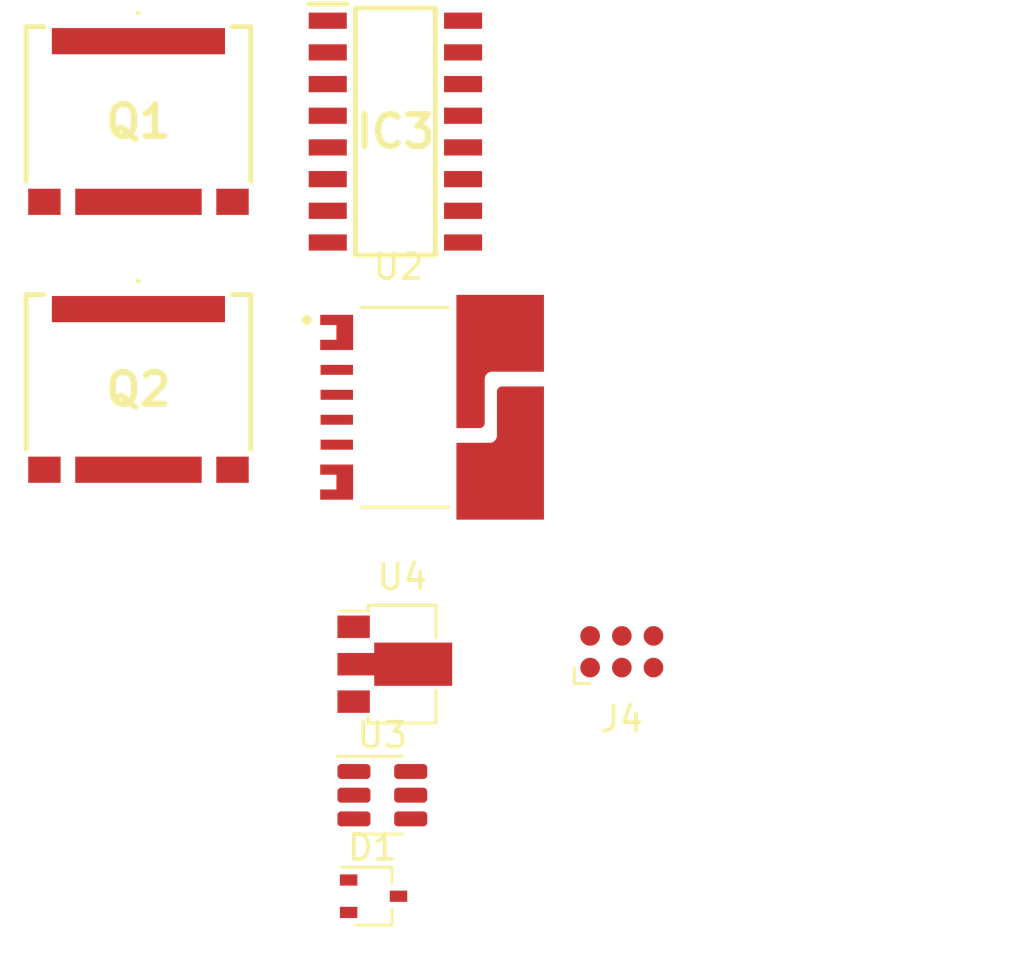
<source format=kicad_pcb>
(kicad_pcb (version 20221018) (generator pcbnew)
  (layers (0 "F.Cu" signal) (31 "B.Cu" signal) (34 "B.Paste" user) (35 "F.Paste" user) (36 "B.SilkS" user "B.Silkscreen") (37 "F.SilkS" user "F.Silkscreen") (38 "B.Mask" user) (39 "F.Mask" user) (44 "Edge.Cuts" user))
  (net 0 "")
  (net 1 "BATT-")
  (net 2 "+5V")
  (net 3 "Net-(J1-Pin_1)")
  (net 4 "Net-(Q1-G1)")
  (net 5 "Net-(Q1-G2)")
  (net 6 "Net-(Q2-D)")
  (net 7 "Net-(Q2-G1)")
  (net 8 "Net-(Q2-G2)")
  (net 9 "GND")
  (net 10 "+3V3")
  (net 12 "RA3")
  (net 13 "PWM in")
  (net 14 "Net-(U2-VDD)")
  (net 16 "Net-(J2-Pin_1)")
  (net 17 "-3v_a")
  (net 18 "0V_a")
  (net 19 "+6V_a")
  (net 20 "RA0")
  (net 21 "RA1")
  (net 23 "Current_Sense")
  (net 24 "OCD1")
  (net 26 "DISABLE")
  (net 34 "Net-(IC3-OUTA)")
  (net 35 "Net-(D1-K)")
  (net 36 "Net-(D1-COM)")
  (net 37 "Net-(U3-D1)")
  (net 38 "Net-(U3-D2)")
  (footprint "Package_TO_SOT_SMD:SOT-323_SC-70" (layer "F.Cu") (at 170.21 119.284)
    (fp_text reference "D1" (at -0.05 -1.95) (layer "F.SilkS"))
    (fp_text value "BAT54SW")
    (fp_line (start -0.68 1.16) (end 0.73 1.16) (stroke (width 0.12)) (layer "F.SilkS"))
    (fp_line (start 0.73 -1.16) (end -1.3 -1.16) (stroke (width 0.12)) (layer "F.SilkS"))
    (fp_line (start 0.73 -1.16) (end 0.73 -0.5) (stroke (width 0.12)) (layer "F.SilkS"))
    (fp_line (start 0.73 0.5) (end 0.73 1.16) (stroke (width 0.12)) (layer "F.SilkS"))
    (pad "1" smd rect (at -1 -0.65 270) (size 0.45 0.7) (layers "F.Cu" "F.Paste" "F.Mask") (net 17 "-3v_a"))
    (pad "2" smd rect (at -1 0.65 270) (size 0.45 0.7) (layers "F.Cu" "F.Paste" "F.Mask") (net 35 "Net-(D1-K)"))
    (pad "3" smd rect (at 1 0 270) (size 0.45 0.7) (layers "F.Cu" "F.Paste" "F.Mask") (net 36 "Net-(D1-COM)"))
  )
  (footprint "Connector:Tag-Connect_TC2030-IDC-NL_2x03_P1.27mm_Vertical" (layer "F.Cu") (at 180.16 109.484)
    (fp_text reference "J4" (at 0 2.7) (layer "F.SilkS"))
    (fp_text value "Conn_ARM_SWD_TagConnect_TC2030-NL")
    (fp_line (start -1.905 1.27) (end -1.905 0.635) (stroke (width 0.12)) (layer "F.SilkS"))
    (fp_line (start -1.27 1.27) (end -1.905 1.27) (stroke (width 0.12)) (layer "F.SilkS"))
    (pad "" np_thru_hole circle (at -2.54 0) (size 0.9906 0.9906) (drill 0.9906) (layers "*.Cu" "*.Mask"))
    (pad "" np_thru_hole circle (at 2.54 -1.016) (size 0.9906 0.9906) (drill 0.9906) (layers "*.Cu" "*.Mask"))
    (pad "" np_thru_hole circle (at 2.54 1.016) (size 0.9906 0.9906) (drill 0.9906) (layers "*.Cu" "*.Mask"))
    (pad "1" connect circle (at -1.27 0.635) (size 0.7874 0.7874) (layers "F.Cu" "F.Mask") (net 12 "RA3"))
    (pad "2" connect circle (at -1.27 -0.635) (size 0.7874 0.7874) (layers "F.Cu" "F.Mask") (net 10 "+3V3"))
    (pad "3" connect circle (at 0 0.635) (size 0.7874 0.7874) (layers "F.Cu" "F.Mask") (net 9 "GND"))
    (pad "4" connect circle (at 0 -0.635) (size 0.7874 0.7874) (layers "F.Cu" "F.Mask") (net 20 "RA0"))
    (pad "5" connect circle (at 1.27 0.635) (size 0.7874 0.7874) (layers "F.Cu" "F.Mask") (net 21 "RA1"))
    (pad "6" connect circle (at 1.27 -0.635) (size 0.7874 0.7874) (layers "F.Cu" "F.Mask"))
  )
  (footprint "GS065060-5TA:GS0650605TA" (layer "F.Cu") (at 160.785 98.969)
    (fp_text reference "Q2" (at 0 0) (layer "F.SilkS") (effects (font (size 1.27 1.27) (thickness 0.254))))
    (fp_text value "GS-065-060-5-T-A" hide)
    (fp_line (start -4.5 -3.8) (end -4.5 2.4) (stroke (width 0.2)) (layer "F.SilkS"))
    (fp_line (start -3.8 -3.8) (end -4.5 -3.8) (stroke (width 0.2)) (layer "F.SilkS"))
    (fp_line (start 0 -4.4) (end 0 -4.4) (stroke (width 0.1)) (layer "F.SilkS"))
    (fp_line (start 0 -4.3) (end 0 -4.3) (stroke (width 0.1)) (layer "F.SilkS"))
    (fp_line (start 4.5 -3.8) (end 3.77 -3.8) (stroke (width 0.2)) (layer "F.SilkS"))
    (fp_line (start 4.5 2.4) (end 4.5 -3.8) (stroke (width 0.2)) (layer "F.SilkS"))
    (fp_arc (start 0 -4.4) (mid 0.05 -4.35) (end 0 -4.3) (stroke (width 0.1)) (layer "F.SilkS"))
    (fp_arc (start 0 -4.3) (mid -0.05 -4.35) (end 0 -4.4) (stroke (width 0.1)) (layer "F.SilkS"))
    (pad "1" smd rect (at 0 -3.22 90) (size 1.05 6.94) (layers "F.Cu" "F.Paste" "F.Mask") (net 6 "Net-(Q2-D)"))
    (pad "2" smd rect (at -3.77 3.22 90) (size 1.05 1.3) (layers "F.Cu" "F.Paste" "F.Mask") (net 7 "Net-(Q2-G1)"))
    (pad "3" smd rect (at 0 3.22 90) (size 1.05 5.07) (layers "F.Cu" "F.Paste" "F.Mask") (net 18 "0V_a"))
    (pad "4" smd rect (at 3.77 3.22 90) (size 1.05 1.3) (layers "F.Cu" "F.Paste" "F.Mask") (net 8 "Net-(Q2-G2)"))
  )
  (footprint "GS065060-5TA:GS0650605TA" (layer "F.Cu") (at 160.785 88.229)
    (fp_text reference "Q1" (at 0 0) (layer "F.SilkS") (effects (font (size 1.27 1.27) (thickness 0.254))))
    (fp_text value "GS-065-060-5-T-A" hide)
    (fp_line (start -4.5 -3.8) (end -4.5 2.4) (stroke (width 0.2)) (layer "F.SilkS"))
    (fp_line (start -3.8 -3.8) (end -4.5 -3.8) (stroke (width 0.2)) (layer "F.SilkS"))
    (fp_line (start 0 -4.4) (end 0 -4.4) (stroke (width 0.1)) (layer "F.SilkS"))
    (fp_line (start 0 -4.3) (end 0 -4.3) (stroke (width 0.1)) (layer "F.SilkS"))
    (fp_line (start 4.5 -3.8) (end 3.77 -3.8) (stroke (width 0.2)) (layer "F.SilkS"))
    (fp_line (start 4.5 2.4) (end 4.5 -3.8) (stroke (width 0.2)) (layer "F.SilkS"))
    (fp_arc (start 0 -4.4) (mid 0.05 -4.35) (end 0 -4.3) (stroke (width 0.1)) (layer "F.SilkS"))
    (fp_arc (start 0 -4.3) (mid -0.05 -4.35) (end 0 -4.4) (stroke (width 0.1)) (layer "F.SilkS"))
    (pad "1" smd rect (at 0 -3.22 90) (size 1.05 6.94) (layers "F.Cu" "F.Paste" "F.Mask") (net 3 "Net-(J1-Pin_1)"))
    (pad "2" smd rect (at -3.77 3.22 90) (size 1.05 1.3) (layers "F.Cu" "F.Paste" "F.Mask") (net 4 "Net-(Q1-G1)"))
    (pad "3" smd rect (at 0 3.22 90) (size 1.05 5.07) (layers "F.Cu" "F.Paste" "F.Mask") (net 18 "0V_a"))
    (pad "4" smd rect (at 3.77 3.22 90) (size 1.05 1.3) (layers "F.Cu" "F.Paste" "F.Mask") (net 5 "Net-(Q1-G2)"))
  )
  (footprint "KiCad:SOIC127P600X175-16N" (layer "F.Cu") (at 171.085 88.634)
    (fp_text reference "IC3" (at 0 0) (layer "F.SilkS") (effects (font (size 1.27 1.27) (thickness 0.254))))
    (fp_text value "2EDF7275F" hide)
    (fp_line (start -3.475 -5.12) (end -1.95 -5.12) (stroke (width 0.2)) (layer "F.SilkS"))
    (fp_line (start -1.6 -4.95) (end 1.6 -4.95) (stroke (width 0.2)) (layer "F.SilkS"))
    (fp_line (start -1.6 4.95) (end -1.6 -4.95) (stroke (width 0.2)) (layer "F.SilkS"))
    (fp_line (start 1.6 -4.95) (end 1.6 4.95) (stroke (width 0.2)) (layer "F.SilkS"))
    (fp_line (start 1.6 4.95) (end -1.6 4.95) (stroke (width 0.2)) (layer "F.SilkS"))
    (pad "1" smd rect (at -2.712 -4.445 90) (size 0.65 1.525) (layers "F.Cu" "F.Paste" "F.Mask") (net 13 "PWM in"))
    (pad "2" smd rect (at -2.712 -3.175 90) (size 0.65 1.525) (layers "F.Cu" "F.Paste" "F.Mask"))
    (pad "3" smd rect (at -2.712 -1.905 90) (size 0.65 1.525) (layers "F.Cu" "F.Paste" "F.Mask") (net 10 "+3V3"))
    (pad "4" smd rect (at -2.712 -0.635 90) (size 0.65 1.525) (layers "F.Cu" "F.Paste" "F.Mask") (net 9 "GND"))
    (pad "5" smd rect (at -2.712 0.635 90) (size 0.65 1.525) (layers "F.Cu" "F.Paste" "F.Mask") (net 26 "DISABLE"))
    (pad "6" smd rect (at -2.712 1.905 90) (size 0.65 1.525) (layers "F.Cu" "F.Paste" "F.Mask"))
    (pad "7" smd rect (at -2.712 3.175 90) (size 0.65 1.525) (layers "F.Cu" "F.Paste" "F.Mask"))
    (pad "8" smd rect (at -2.712 4.445 90) (size 0.65 1.525) (layers "F.Cu" "F.Paste" "F.Mask") (net 9 "GND"))
    (pad "9" smd rect (at 2.712 4.445 90) (size 0.65 1.525) (layers "F.Cu" "F.Paste" "F.Mask"))
    (pad "10" smd rect (at 2.712 3.175 90) (size 0.65 1.525) (layers "F.Cu" "F.Paste" "F.Mask"))
    (pad "11" smd rect (at 2.712 1.905 90) (size 0.65 1.525) (layers "F.Cu" "F.Paste" "F.Mask"))
    (pad "12" smd rect (at 2.712 0.635 90) (size 0.65 1.525) (layers "F.Cu" "F.Paste" "F.Mask"))
    (pad "13" smd rect (at 2.712 -0.635 90) (size 0.65 1.525) (layers "F.Cu" "F.Paste" "F.Mask"))
    (pad "14" smd rect (at 2.712 -1.905 90) (size 0.65 1.525) (layers "F.Cu" "F.Paste" "F.Mask") (net 17 "-3v_a"))
    (pad "15" smd rect (at 2.712 -3.175 90) (size 0.65 1.525) (layers "F.Cu" "F.Paste" "F.Mask") (net 34 "Net-(IC3-OUTA)"))
    (pad "16" smd rect (at 2.712 -4.445 90) (size 0.65 1.525) (layers "F.Cu" "F.Paste" "F.Mask") (net 19 "+6V_a"))
  )
  (footprint "TLE4971:IC_TLE4971A050T5UE0001XUMA1" (layer "F.Cu") (at 172.535 99.684)
    (fp_text reference "U2" (at -1.325 -5.635) (layer "F.SilkS"))
    (fp_text value "TLI4971A050T5UE0001XUMA1")
    (fp_line (start -2.83 -4) (end 0.68 -4) (stroke (width 0.127)) (layer "F.SilkS"))
    (fp_line (start -2.83 4) (end 0.68 4) (stroke (width 0.127)) (layer "F.SilkS"))
    (fp_circle (center -5 -3.5) (end -4.9 -3.5) (stroke (width 0.2)) (fill none) (layer "F.SilkS"))
    (pad "1" smd custom (at -3.5 -3) (size 0.4 0.4) (layers "F.Cu") (net 14 "Net-(U2-VDD)") (options (clearance outline) (anchor rect)) (primitives (gr_poly (pts (xy 0.35 -0.7) (xy 0.35 0.7) (xy -0.96 0.7) (xy -0.96 0.3) (xy -0.31 0.3) (xy -0.31 -0.3) (xy -0.96 -0.3) (xy -0.96 -0.7)) (width 0.01) (fill yes))))
    (pad "2" smd rect (at -3.8 -1.5) (size 1.3 0.4) (layers "F.Cu" "F.Mask") (net 9 "GND"))
    (pad "3" smd rect (at -3.8 -0.5) (size 1.3 0.4) (layers "F.Cu" "F.Mask"))
    (pad "4" smd rect (at -3.8 0.5) (size 1.3 0.4) (layers "F.Cu" "F.Mask") (net 23 "Current_Sense"))
    (pad "5" smd rect (at -3.8 1.5) (size 1.3 0.4) (layers "F.Cu" "F.Mask") (net 24 "OCD1"))
    (pad "6" smd custom (at -3.5 3) (size 0.4 0.4) (layers "F.Cu") (options (clearance outline) (anchor rect)) (primitives (gr_poly (pts (xy 0.35 -0.7) (xy 0.35 0.7) (xy -0.96 0.7) (xy -0.96 0.3) (xy -0.31 0.3) (xy -0.31 -0.3) (xy -0.96 -0.3) (xy -0.96 -0.7)) (width 0.01) (fill yes))))
    (pad "7" smd custom (at 3.5 3) (size 0.4 0.4) (layers "F.Cu") (net 16 "Net-(J2-Pin_1)") (options (clearance outline) (anchor rect)) (primitives (gr_poly (pts (xy 1 1.5) (xy -2.5 1.5) (xy -2.5 -1.57) (xy -1.175 -1.57) (xy -1.159 -1.57) (xy -1.144 -1.572) (xy -1.128 -1.574) (xy -1.113 -1.577) (xy -1.097 -1.58) (xy -1.082 -1.585) (xy -1.067 -1.59) (xy -1.053 -1.596) (xy -1.039 -1.603) (xy -1.025 -1.61) (xy -1.012 -1.618) (xy -0.999 -1.627) (xy -0.986 -1.637) (xy -0.974 -1.647) (xy -0.963 -1.658) (xy -0.952 -1.669) (xy -0.942 -1.681) (xy -0.932 -1.694) (xy -0.923 -1.707) (xy -0.915 -1.72) (xy -0.908 -1.734) (xy -0.901 -1.748) (xy -0.895 -1.762) (xy -0.89 -1.777) (xy -0.885 -1.792) (xy -0.882 -1.808) (xy -0.879 -1.823) (xy -0.877 -1.839) (xy -0.875 -1.854) (xy -0.875 -1.87) (xy -0.875 -3.63) (xy -0.875 -3.64) (xy -0.874 -3.651) (xy -0.873 -3.661) (xy -0.871 -3.672) (xy -0.868 -3.682) (xy -0.865 -3.692) (xy -0.862 -3.702) (xy -0.858 -3.711) (xy -0.853 -3.721) (xy -0.848 -3.73) (xy -0.843 -3.739) (xy -0.837 -3.748) (xy -0.83 -3.756) (xy -0.824 -3.764) (xy -0.816 -3.771) (xy -0.809 -3.779) (xy -0.801 -3.785) (xy -0.793 -3.792) (xy -0.784 -3.798) (xy -0.775 -3.803) (xy -0.766 -3.808) (xy -0.756 -3.813) (xy -0.747 -3.817) (xy -0.737 -3.82) (xy -0.727 -3.823) (xy -0.717 -3.826) (xy -0.706 -3.828) (xy -0.696 -3.829) (xy -0.685 -3.83) (xy -0.675 -3.83) (xy 1 -3.83) (xy 1 1.5)) (width 0.01) (fill yes))))
    (pad "8" smd custom (at 3.5 -3) (size 0.4 0.4) (layers "F.Cu") (net 6 "Net-(Q2-D)") (options (clearance outline) (anchor rect)) (primitives (gr_poly (pts (xy -2.5 -1.5) (xy -2.5 3.83) (xy -1.575 3.83) (xy -1.565 3.83) (xy -1.554 3.829) (xy -1.544 3.828) (xy -1.533 3.826) (xy -1.523 3.823) (xy -1.513 3.82) (xy -1.503 3.817) (xy -1.494 3.813) (xy -1.484 3.808) (xy -1.475 3.803) (xy -1.466 3.798) (xy -1.457 3.792) (xy -1.449 3.785) (xy -1.441 3.779) (xy -1.434 3.771) (xy -1.426 3.764) (xy -1.42 3.756) (xy -1.413 3.748) (xy -1.407 3.739) (xy -1.402 3.73) (xy -1.397 3.721) (xy -1.392 3.711) (xy -1.388 3.702) (xy -1.385 3.692) (xy -1.382 3.682) (xy -1.379 3.672) (xy -1.377 3.661) (xy -1.376 3.651) (xy -1.375 3.64) (xy -1.375 3.63) (xy -1.375 1.87) (xy -1.375 1.854) (xy -1.373 1.839) (xy -1.371 1.823) (xy -1.368 1.808) (xy -1.365 1.792) (xy -1.36 1.777) (xy -1.355 1.762) (xy -1.349 1.748) (xy -1.342 1.734) (xy -1.335 1.72) (xy -1.327 1.707) (xy -1.318 1.694) (xy -1.308 1.681) (xy -1.298 1.669) (xy -1.287 1.658) (xy -1.276 1.647) (xy -1.264 1.637) (xy -1.251 1.627) (xy -1.238 1.618) (xy -1.225 1.61) (xy -1.211 1.603) (xy -1.197 1.596) (xy -1.183 1.59) (xy -1.168 1.585) (xy -1.153 1.58) (xy -1.137 1.577) (xy -1.122 1.574) (xy -1.106 1.572) (xy -1.091 1.57) (xy -1.075 1.57) (xy 1 1.57) (xy 1 -1.5) (xy -2.5 -1.5)) (width 0.01) (fill yes))))
  )
  (footprint "Package_TO_SOT_SMD:SOT-89-3" (layer "F.Cu") (at 171.36 109.984)
    (fp_text reference "U4" (at 0 -3.5) (layer "F.SilkS"))
    (fp_text value "L78L09_SOT89")
    (fp_line (start -2.5 -2.13) (end -1.36 -2.13) (stroke (width 0.12)) (layer "F.SilkS"))
    (fp_line (start -1.36 -2.36) (end -1.36 -2.13) (stroke (width 0.12)) (layer "F.SilkS"))
    (fp_line (start -1.36 -2.36) (end 1.36 -2.36) (stroke (width 0.12)) (layer "F.SilkS"))
    (fp_line (start -1.36 2.36) (end -1.36 2.13) (stroke (width 0.12)) (layer "F.SilkS"))
    (fp_line (start 1.36 -2.36) (end 1.36 -1.05) (stroke (width 0.12)) (layer "F.SilkS"))
    (fp_line (start 1.36 1.05) (end 1.36 2.36) (stroke (width 0.12)) (layer "F.SilkS"))
    (fp_line (start 1.36 2.36) (end -1.36 2.36) (stroke (width 0.12)) (layer "F.SilkS"))
    (pad "1" smd rect (at -1.95 -1.5) (size 1.3 0.9) (layers "F.Cu" "F.Paste" "F.Mask") (net 19 "+6V_a"))
    (pad "2" smd custom (at -1.8625 0) (size 1.475 0.9) (layers "F.Cu" "F.Paste" "F.Mask") (net 17 "-3v_a") (options (clearance outline) (anchor rect)) (primitives (gr_poly (pts (xy 3.8625 0.8665) (xy 0.7375 0.8665) (xy 0.7375 -0.8665) (xy 3.8625 -0.8665)) (width 0) (fill yes))))
    (pad "3" smd rect (at -1.95 1.5) (size 1.3 0.9) (layers "F.Cu" "F.Paste" "F.Mask") (net 35 "Net-(D1-K)"))
  )
  (footprint "Package_TO_SOT_SMD:SOT-23-6" (layer "F.Cu") (at 170.56 115.234)
    (fp_text reference "U3" (at 0 -2.4) (layer "F.SilkS"))
    (fp_text value "SN6505BDBV")
    (fp_line (start 0 -1.56) (end -1.8 -1.56) (stroke (width 0.12)) (layer "F.SilkS"))
    (fp_line (start 0 -1.56) (end 0.8 -1.56) (stroke (width 0.12)) (layer "F.SilkS"))
    (fp_line (start 0 1.56) (end -0.8 1.56) (stroke (width 0.12)) (layer "F.SilkS"))
    (fp_line (start 0 1.56) (end 0.8 1.56) (stroke (width 0.12)) (layer "F.SilkS"))
    (pad "1" smd roundrect (at -1.1375 -0.95) (size 1.325 0.6) (layers "F.Cu" "F.Paste" "F.Mask") (net 37 "Net-(U3-D1)"))
    (pad "2" smd roundrect (at -1.1375 0) (size 1.325 0.6) (layers "F.Cu" "F.Paste" "F.Mask") (net 2 "+5V"))
    (pad "3" smd roundrect (at -1.1375 0.95) (size 1.325 0.6) (layers "F.Cu" "F.Paste" "F.Mask") (net 38 "Net-(U3-D2)"))
    (pad "4" smd roundrect (at 1.1375 0.95) (size 1.325 0.6) (layers "F.Cu" "F.Paste" "F.Mask") (net 1 "BATT-"))
    (pad "5" smd roundrect (at 1.1375 0) (size 1.325 0.6) (layers "F.Cu" "F.Paste" "F.Mask") (net 2 "+5V"))
    (pad "6" smd roundrect (at 1.1375 -0.95) (size 1.325 0.6) (layers "F.Cu" "F.Paste" "F.Mask") (net 1 "BATT-"))
  )
)
</source>
